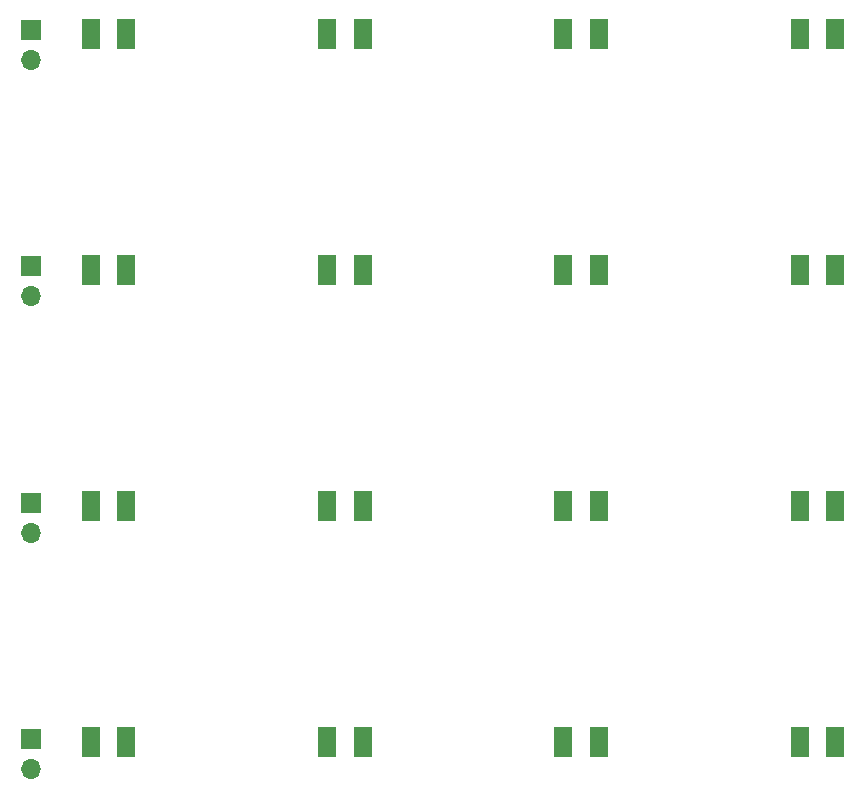
<source format=gbr>
%TF.GenerationSoftware,KiCad,Pcbnew,7.0.6*%
%TF.CreationDate,2023-11-20T17:26:12+00:00*%
%TF.ProjectId,green_led_pcb,67726565-6e5f-46c6-9564-5f7063622e6b,rev?*%
%TF.SameCoordinates,Original*%
%TF.FileFunction,Soldermask,Top*%
%TF.FilePolarity,Negative*%
%FSLAX46Y46*%
G04 Gerber Fmt 4.6, Leading zero omitted, Abs format (unit mm)*
G04 Created by KiCad (PCBNEW 7.0.6) date 2023-11-20 17:26:12*
%MOMM*%
%LPD*%
G01*
G04 APERTURE LIST*
%ADD10R,1.700000X1.700000*%
%ADD11O,1.700000X1.700000*%
%ADD12R,1.500000X2.600000*%
G04 APERTURE END LIST*
D10*
%TO.C,J4*%
X-86600000Y-66700000D03*
D11*
X-86600000Y-69240000D03*
%TD*%
%TO.C,J3*%
X-86600000Y-49240000D03*
D10*
X-86600000Y-46700000D03*
%TD*%
%TO.C,J2*%
X-86600000Y-26700000D03*
D11*
X-86600000Y-29240000D03*
%TD*%
D12*
%TO.C,D16*%
X-18500000Y-67000000D03*
X-21500000Y-67000000D03*
%TD*%
%TO.C,D15*%
X-38500000Y-67000000D03*
X-41500000Y-67000000D03*
%TD*%
%TO.C,D14*%
X-61500000Y-67000000D03*
X-58500000Y-67000000D03*
%TD*%
%TO.C,D13*%
X-78500000Y-67000000D03*
X-81500000Y-67000000D03*
%TD*%
%TO.C,D12*%
X-18500000Y-47000000D03*
X-21500000Y-47000000D03*
%TD*%
%TO.C,D11*%
X-38500000Y-47000000D03*
X-41500000Y-47000000D03*
%TD*%
%TO.C,D10*%
X-58500000Y-47000000D03*
X-61500000Y-47000000D03*
%TD*%
%TO.C,D9*%
X-78500000Y-47000000D03*
X-81500000Y-47000000D03*
%TD*%
%TO.C,D8*%
X-21500000Y-27000000D03*
X-18500000Y-27000000D03*
%TD*%
%TO.C,D7*%
X-41500000Y-27000000D03*
X-38500000Y-27000000D03*
%TD*%
%TO.C,D6*%
X-61500000Y-27000000D03*
X-58500000Y-27000000D03*
%TD*%
%TO.C,D5*%
X-78500000Y-27000000D03*
X-81500000Y-27000000D03*
%TD*%
D11*
%TO.C,J1*%
X-86600000Y-9240000D03*
D10*
X-86600000Y-6700000D03*
%TD*%
D12*
%TO.C,D4*%
X-18500000Y-7000000D03*
X-21500000Y-7000000D03*
%TD*%
%TO.C,D3*%
X-38500000Y-7000000D03*
X-41500000Y-7000000D03*
%TD*%
%TO.C,D2*%
X-58500000Y-7000000D03*
X-61500000Y-7000000D03*
%TD*%
%TO.C,D1*%
X-78500000Y-7000000D03*
X-81500000Y-7000000D03*
%TD*%
M02*

</source>
